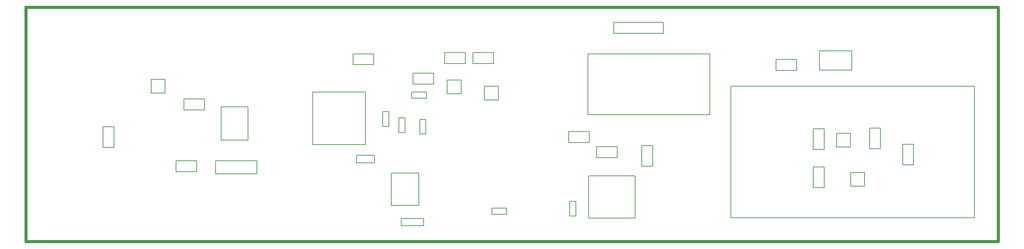
<source format=gbr>
%FSLAX44Y44*%
%OFA0.0000B0.0000*%
%SFA1B1*%
%MOMM*%
%ADD27C,0.7620X0.0000*%
%ADD41C,0.1667X0.0000*%
%LNÍèæíèé_outline*%
%LPD*%
G54D10*
G54D27*
X2353543Y-217554D2*
X2353543Y-217554D1*
X2353543Y359746D2*
X2353543Y-217554D1*
X-36107Y359746D2*
X2353543Y359746D1*
X-36107Y-217554D2*
X-36107Y359746D1*
X2353543Y-217554D2*
X-36107Y-217554D1*
G54D41*
X2295641Y-159065D2*
X1696641Y-159065D1*
X2295641Y164935D2*
X2295641Y-159065D1*
X1696641Y164935D2*
X2295641Y164935D1*
X1696641Y-159065D2*
X1696641Y164935D1*
X1645426Y94885D2*
X1345426Y94885D1*
X1645426Y244885D2*
X1645426Y94885D1*
X1345426Y244885D2*
X1645426Y244885D1*
X1345426Y94885D2*
X1345426Y244885D1*
X798306Y151346D2*
X798306Y21806D1*
X668766Y151346D2*
X798306Y151346D1*
X668766Y21806D2*
X668766Y151346D1*
X798306Y21806D2*
X668766Y21806D1*
X1347508Y-159634D2*
X1347508Y-55634D1*
X1461508Y-159634D2*
X1347508Y-159634D1*
X1461508Y-55634D2*
X1461508Y-159634D1*
X1347508Y-55634D2*
X1461508Y-55634D1*
X861581Y-48702D2*
X929271Y-48702D1*
X861581Y-128202D2*
X861581Y-48702D1*
X929271Y-128202D2*
X861581Y-128202D1*
X929271Y-48702D2*
X929271Y-128202D1*
X1807585Y204372D2*
X1807585Y231172D1*
X1858385Y204372D2*
X1807585Y204372D1*
X1858385Y231172D2*
X1858385Y204372D1*
X1807585Y231172D2*
X1858385Y231172D1*
X1899541Y-33315D2*
X1926341Y-33315D1*
X1899541Y-84115D2*
X1899541Y-33315D1*
X1926341Y-84115D2*
X1899541Y-84115D1*
X1926341Y-33315D2*
X1926341Y-84115D1*
X2118983Y21917D2*
X2145783Y21917D1*
X2118983Y-28883D2*
X2118983Y21917D1*
X2145783Y-28883D2*
X2118983Y-28883D1*
X2145783Y21917D2*
X2145783Y-28883D1*
X1926341Y9548D2*
X1899541Y9548D1*
X1926341Y60348D2*
X1926341Y9548D1*
X1899541Y60348D2*
X1926341Y60348D1*
X1899541Y9548D2*
X1899541Y60348D1*
X2037654Y61935D2*
X2064454Y61935D1*
X2037654Y11135D2*
X2037654Y61935D1*
X2064454Y11135D2*
X2037654Y11135D1*
X2064454Y61935D2*
X2064454Y11135D1*
X1113708Y247993D2*
X1113708Y221193D1*
X1062908Y247993D2*
X1113708Y247993D1*
X1062908Y221193D2*
X1062908Y247993D1*
X1113708Y221193D2*
X1062908Y221193D1*
X1043858Y247993D2*
X1043858Y221193D1*
X993058Y247993D2*
X1043858Y247993D1*
X993058Y221193D2*
X993058Y247993D1*
X1043858Y221193D2*
X993058Y221193D1*
X965970Y197510D2*
X965970Y170710D1*
X915170Y197510D2*
X965970Y197510D1*
X915170Y170710D2*
X915170Y197510D1*
X965970Y170710D2*
X915170Y170710D1*
X1366456Y-10750D2*
X1366456Y16050D1*
X1417256Y-10750D2*
X1366456Y-10750D1*
X1417256Y16050D2*
X1417256Y-10750D1*
X1366456Y16050D2*
X1417256Y16050D1*
X1298342Y26701D2*
X1298342Y53501D1*
X1349142Y26701D2*
X1298342Y26701D1*
X1349142Y53501D2*
X1349142Y26701D1*
X1298342Y53501D2*
X1349142Y53501D1*
X1504173Y-31961D2*
X1477373Y-31961D1*
X1504173Y18839D2*
X1504173Y-31961D1*
X1477373Y18839D2*
X1504173Y18839D1*
X1477373Y-31961D2*
X1477373Y18839D1*
X180091Y14509D2*
X153291Y14509D1*
X180091Y65309D2*
X180091Y14509D1*
X153291Y65309D2*
X180091Y65309D1*
X153291Y14509D2*
X153291Y65309D1*
X352573Y106919D2*
X352573Y133719D1*
X403373Y106919D2*
X352573Y106919D1*
X403373Y133719D2*
X403373Y106919D1*
X352573Y133719D2*
X403373Y133719D1*
X818479Y245198D2*
X818479Y218398D1*
X767679Y245198D2*
X818479Y245198D1*
X767679Y218398D2*
X767679Y245198D1*
X818479Y218398D2*
X767679Y218398D1*
X332466Y-45127D2*
X332466Y-18327D1*
X383266Y-45127D2*
X332466Y-45127D1*
X383266Y-18327D2*
X383266Y-45127D1*
X332466Y-18327D2*
X383266Y-18327D1*
X1991387Y-81294D2*
X1991387Y-47002D1*
X2025331Y-81294D2*
X1991387Y-81294D1*
X2025331Y-47002D2*
X2025331Y-81294D1*
X1991387Y-47002D2*
X2025331Y-47002D1*
X1956517Y15185D2*
X1956517Y49477D1*
X1990461Y15185D2*
X1956517Y15185D1*
X1990461Y49477D2*
X1990461Y15185D1*
X1956517Y49477D2*
X1990461Y49477D1*
X1125109Y131104D2*
X1090817Y131104D1*
X1125109Y165048D2*
X1125109Y131104D1*
X1090817Y165048D2*
X1125109Y165048D1*
X1090817Y131104D2*
X1090817Y165048D1*
X1033508Y146793D2*
X999216Y146793D1*
X1033508Y180737D2*
X1033508Y146793D1*
X999216Y180737D2*
X1033508Y180737D1*
X999216Y146793D2*
X999216Y180737D1*
X306100Y148268D2*
X271808Y148268D1*
X306100Y182212D2*
X306100Y148268D1*
X271808Y182212D2*
X306100Y182212D1*
X271808Y148268D2*
X271808Y182212D1*
X1914666Y252124D2*
X1993766Y252124D1*
X1914666Y204722D2*
X1914666Y252124D1*
X1993766Y204722D2*
X1914666Y204722D1*
X1993766Y252124D2*
X1993766Y204722D1*
X1409229Y295298D2*
X1409229Y323198D1*
X1530829Y295298D2*
X1409229Y295298D1*
X1530829Y323198D2*
X1530829Y295298D1*
X1409229Y323198D2*
X1530829Y323198D1*
X531975Y-18609D2*
X531975Y-50359D1*
X430375Y-18609D2*
X531975Y-18609D1*
X430375Y-50359D2*
X430375Y-18609D1*
X531975Y-50359D2*
X430375Y-50359D1*
X776516Y-23265D2*
X776516Y-5265D1*
X820516Y-23265D2*
X776516Y-23265D1*
X820516Y-5265D2*
X820516Y-23265D1*
X776516Y-5265D2*
X820516Y-5265D1*
X856100Y66326D2*
X841100Y66326D1*
X856100Y102332D2*
X856100Y66326D1*
X841100Y102332D2*
X856100Y102332D1*
X841100Y66326D2*
X841100Y102332D1*
X895956Y51152D2*
X880956Y51152D1*
X895956Y87158D2*
X895956Y51152D1*
X880956Y87158D2*
X895956Y87158D1*
X880956Y51152D2*
X880956Y87158D1*
X946872Y47263D2*
X931872Y47263D1*
X946872Y83269D2*
X946872Y47263D1*
X931872Y83269D2*
X946872Y83269D1*
X931872Y47263D2*
X931872Y83269D1*
X948248Y150658D2*
X948248Y135658D1*
X912242Y150658D2*
X948248Y150658D1*
X912242Y135658D2*
X912242Y150658D1*
X948248Y135658D2*
X912242Y135658D1*
X1315423Y-154349D2*
X1300423Y-154349D1*
X1315423Y-118343D2*
X1315423Y-154349D1*
X1300423Y-118343D2*
X1315423Y-118343D1*
X1300423Y-154349D2*
X1300423Y-118343D1*
X1109541Y-150377D2*
X1109541Y-135377D1*
X1145547Y-150377D2*
X1109541Y-150377D1*
X1145547Y-135377D2*
X1145547Y-150377D1*
X1109541Y-135377D2*
X1145547Y-135377D1*
X941579Y-160840D2*
X941579Y-178840D1*
X886579Y-160840D2*
X941579Y-160840D1*
X886579Y-178840D2*
X886579Y-160840D1*
X941579Y-178840D2*
X886579Y-178840D1*
X509440Y32529D2*
X443440Y32529D1*
X509440Y114779D2*
X509440Y32529D1*
X443440Y114779D2*
X509440Y114779D1*
X443440Y32529D2*
X443440Y114779D1*
M02*

</source>
